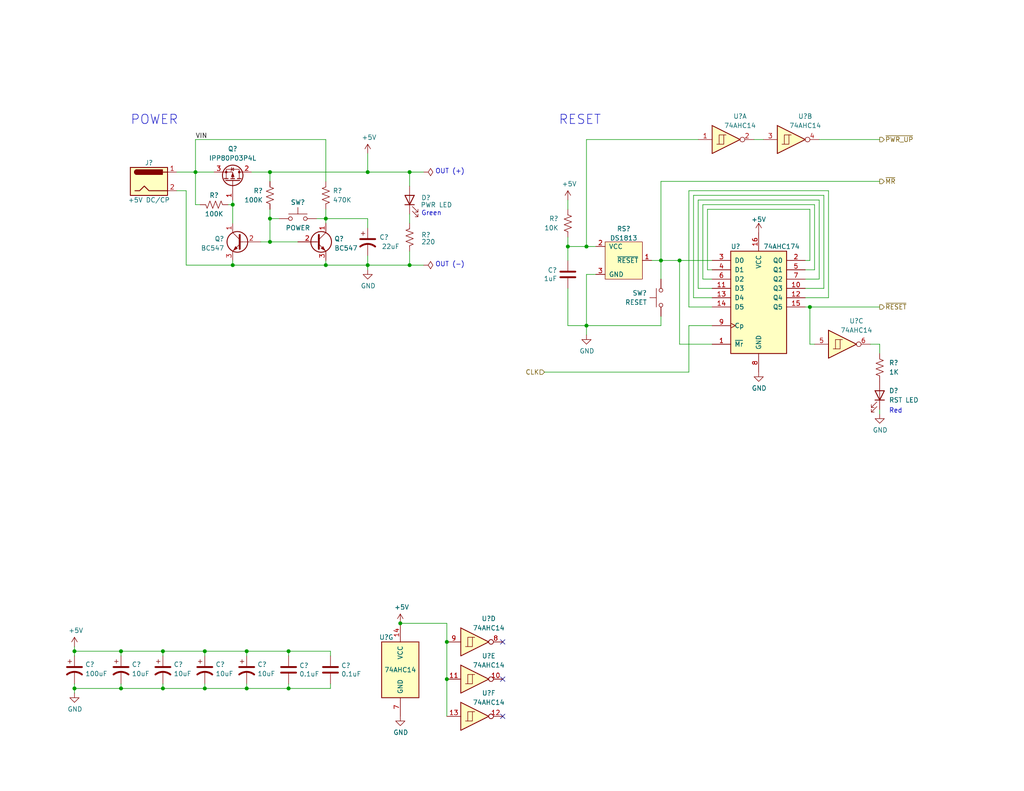
<source format=kicad_sch>
(kicad_sch (version 20211123) (generator eeschema)
  (paper "USLetter")
  (title_block (date "2022-10-10") (rev "1.2"))
  (lib_symbols
    (symbol "0_Z80_Library:DS1813" (pin_names (offset 1.016))
      (property "Reference" "RS" (at 0 2.54 0))
      (property "Value" "DS1813" (at 0 0 0))
      (symbol "DS1813_0_1"
        (rectangle (start 5.08 -1.27) (end -5.08 -11.43) (fill (type background)))
      )
      (symbol "DS1813_1_1"
        (pin output line (at 7.62 -6.35 180) (length 2.54) (name "~{RESET}") (number "1"))
        (pin input line (at -7.62 -2.54 0) (length 2.54) (name "VCC") (number "2"))
        (pin power_in line (at -7.62 -10.16 0) (length 2.54) (name "GND") (number "3"))
      )
    )
    (symbol "74xx:74HC14" (pin_names (offset 1.016))
      (property "Reference" "U" (at 0 1.27 0))
      (property "Value" "74HC14" (at 0 -1.27 0))
      (symbol "74HC14_1_0"
        (polyline (pts (xy -3.81 3.81) (xy -3.81 -3.81) (xy 3.81 0) (xy -3.81 3.81)) (stroke (width 0.254)) (fill (type background)))
        (pin input line (at -7.62 0 0) (length 3.81) (name "~") (number "1"))
        (pin output inverted (at 7.62 0 180) (length 3.81) (name "~") (number "2"))
      )
      (symbol "74HC14_1_1"
        (polyline (pts (xy -1.905 -1.27) (xy -1.905 1.27) (xy -0.635 1.27)))
        (polyline (pts (xy -2.54 -1.27) (xy -0.635 -1.27) (xy -0.635 1.27) (xy 0 1.27)))
      )
      (symbol "74HC14_2_0"
        (polyline (pts (xy -3.81 3.81) (xy -3.81 -3.81) (xy 3.81 0) (xy -3.81 3.81)) (stroke (width 0.254)) (fill (type background)))
        (pin input line (at -7.62 0 0) (length 3.81) (name "~") (number "3"))
        (pin output inverted (at 7.62 0 180) (length 3.81) (name "~") (number "4"))
      )
      (symbol "74HC14_2_1"
        (polyline (pts (xy -1.905 -1.27) (xy -1.905 1.27) (xy -0.635 1.27)))
        (polyline (pts (xy -2.54 -1.27) (xy -0.635 -1.27) (xy -0.635 1.27) (xy 0 1.27)))
      )
      (symbol "74HC14_3_0"
        (polyline (pts (xy -3.81 3.81) (xy -3.81 -3.81) (xy 3.81 0) (xy -3.81 3.81)) (stroke (width 0.254)) (fill (type background)))
        (pin input line (at -7.62 0 0) (length 3.81) (name "~") (number "5"))
        (pin output inverted (at 7.62 0 180) (length 3.81) (name "~") (number "6"))
      )
      (symbol "74HC14_3_1"
        (polyline (pts (xy -1.905 -1.27) (xy -1.905 1.27) (xy -0.635 1.27)))
        (polyline (pts (xy -2.54 -1.27) (xy -0.635 -1.27) (xy -0.635 1.27) (xy 0 1.27)))
      )
      (symbol "74HC14_4_0"
        (polyline (pts (xy -3.81 3.81) (xy -3.81 -3.81) (xy 3.81 0) (xy -3.81 3.81)) (stroke (width 0.254)) (fill (type background)))
        (pin output inverted (at 7.62 0 180) (length 3.81) (name "~") (number "8"))
        (pin input line (at -7.62 0 0) (length 3.81) (name "~") (number "9"))
      )
      (symbol "74HC14_4_1"
        (polyline (pts (xy -1.905 -1.27) (xy -1.905 1.27) (xy -0.635 1.27)))
        (polyline (pts (xy -2.54 -1.27) (xy -0.635 -1.27) (xy -0.635 1.27) (xy 0 1.27)))
      )
      (symbol "74HC14_5_0"
        (polyline (pts (xy -3.81 3.81) (xy -3.81 -3.81) (xy 3.81 0) (xy -3.81 3.81)) (stroke (width 0.254)) (fill (type background)))
        (pin output inverted (at 7.62 0 180) (length 3.81) (name "~") (number "10"))
        (pin input line (at -7.62 0 0) (length 3.81) (name "~") (number "11"))
      )
      (symbol "74HC14_5_1"
        (polyline (pts (xy -1.905 -1.27) (xy -1.905 1.27) (xy -0.635 1.27)))
        (polyline (pts (xy -2.54 -1.27) (xy -0.635 -1.27) (xy -0.635 1.27) (xy 0 1.27)))
      )
      (symbol "74HC14_6_0"
        (polyline (pts (xy -3.81 3.81) (xy -3.81 -3.81) (xy 3.81 0) (xy -3.81 3.81)) (stroke (width 0.254)) (fill (type background)))
        (pin output inverted (at 7.62 0 180) (length 3.81) (name "~") (number "12"))
        (pin input line (at -7.62 0 0) (length 3.81) (name "~") (number "13"))
      )
      (symbol "74HC14_6_1"
        (polyline (pts (xy -1.905 -1.27) (xy -1.905 1.27) (xy -0.635 1.27)))
        (polyline (pts (xy -2.54 -1.27) (xy -0.635 -1.27) (xy -0.635 1.27) (xy 0 1.27)))
      )
      (symbol "74HC14_7_0"
        (pin power_in line (at 0 12.7 270) (length 5.08) (name "VCC") (number "14"))
        (pin power_in line (at 0 -12.7 90) (length 5.08) (name "GND") (number "7"))
      )
      (symbol "74HC14_7_1"
        (rectangle (start -5.08 7.62) (end 5.08 -7.62) (stroke (width 0.254)) (fill (type background)))
      )
    )
    (symbol "74xx:74LS174" (pin_names (offset 1.016))
      (property "Reference" "U" (at -7.62 13.97 0))
      (property "Value" "74LS174" (at -7.62 -16.51 0))
      (symbol "74LS174_1_0"
        (pin input line (at -12.7 -12.7 0) (length 5.08) (name "~{Mr}") (number "1"))
        (pin output line (at 12.7 2.54 180) (length 5.08) (name "Q3") (number "10"))
        (pin input line (at -12.7 2.54 0) (length 5.08) (name "D3") (number "11"))
        (pin output line (at 12.7 0 180) (length 5.08) (name "Q4") (number "12"))
        (pin input line (at -12.7 0 0) (length 5.08) (name "D4") (number "13"))
        (pin input line (at -12.7 -2.54 0) (length 5.08) (name "D5") (number "14"))
        (pin output line (at 12.7 -2.54 180) (length 5.08) (name "Q5") (number "15"))
        (pin power_in line (at 0 17.78 270) (length 5.08) (name "VCC") (number "16"))
        (pin output line (at 12.7 10.16 180) (length 5.08) (name "Q0") (number "2"))
        (pin input line (at -12.7 10.16 0) (length 5.08) (name "D0") (number "3"))
        (pin input line (at -12.7 7.62 0) (length 5.08) (name "D1") (number "4"))
        (pin output line (at 12.7 7.62 180) (length 5.08) (name "Q1") (number "5"))
        (pin input line (at -12.7 5.08 0) (length 5.08) (name "D2") (number "6"))
        (pin output line (at 12.7 5.08 180) (length 5.08) (name "Q2") (number "7"))
        (pin power_in line (at 0 -20.32 90) (length 5.08) (name "GND") (number "8"))
        (pin input clock (at -12.7 -7.62 0) (length 5.08) (name "Cp") (number "9"))
      )
      (symbol "74LS174_1_1"
        (rectangle (start -7.62 12.7) (end 7.62 -15.24) (stroke (width 0.254)) (fill (type background)))
      )
    )
    (symbol "Connector:Barrel_Jack" (pin_names (offset 1.016))
      (property "Reference" "J" (at 0 5.334 0))
      (property "Value" "Barrel_Jack" (at 0 -5.08 0))
      (symbol "Barrel_Jack_0_1"
        (rectangle (start -5.08 3.81) (end 5.08 -3.81) (stroke (width 0.254)) (fill (type background)))
        (arc (start -3.302 3.175) (mid -3.937 2.54) (end -3.302 1.905) (stroke (width 0.254)))
        (arc (start -3.302 3.175) (mid -3.937 2.54) (end -3.302 1.905) (stroke (width 0.254)) (fill (type outline)))
        (polyline (pts (xy 5.08 2.54) (xy 3.81 2.54)) (stroke (width 0.254)))
        (polyline (pts (xy -3.81 -2.54) (xy -2.54 -2.54) (xy -1.27 -1.27) (xy 0 -2.54) (xy 2.54 -2.54) (xy 5.08 -2.54)) (stroke (width 0.254)))
        (rectangle (start 3.683 3.175) (end -3.302 1.905) (stroke (width 0.254)) (fill (type outline)))
      )
      (symbol "Barrel_Jack_1_1"
        (pin passive line (at 7.62 2.54 180) (length 2.54) (name "~") (number "1"))
        (pin passive line (at 7.62 -2.54 180) (length 2.54) (name "~") (number "2"))
      )
    )
    (symbol "Device:C" (pin_numbers hide) (pin_names (offset 0.254))
      (property "Reference" "C" (at 0.635 2.54 0))
      (property "Value" "C" (at 0.635 -2.54 0))
      (symbol "C_0_1"
        (polyline (pts (xy -2.032 -0.762) (xy 2.032 -0.762)) (stroke (width 0.508)))
        (polyline (pts (xy -2.032 0.762) (xy 2.032 0.762)) (stroke (width 0.508)))
      )
      (symbol "C_1_1"
        (pin passive line (at 0 3.81 270) (length 2.794) (name "~") (number "1"))
        (pin passive line (at 0 -3.81 90) (length 2.794) (name "~") (number "2"))
      )
    )
    (symbol "Device:C_Polarized_US" (pin_numbers hide) (pin_names (offset 0.254) hide)
      (property "Reference" "C" (at 0.635 2.54 0))
      (property "Value" "C_Polarized_US" (at 0.635 -2.54 0))
      (symbol "C_Polarized_US_0_1"
        (polyline (pts (xy -2.032 0.762) (xy 2.032 0.762)) (stroke (width 0.508)))
        (polyline (pts (xy -1.778 2.286) (xy -0.762 2.286)))
        (polyline (pts (xy -1.27 1.778) (xy -1.27 2.794)))
        (arc (start 2.032 -1.27) (mid 0 -0.5572) (end -2.032 -1.27) (stroke (width 0.508)))
      )
      (symbol "C_Polarized_US_1_1"
        (pin passive line (at 0 3.81 270) (length 2.794) (name "~") (number "1"))
        (pin passive line (at 0 -3.81 90) (length 3.302) (name "~") (number "2"))
      )
    )
    (symbol "Device:LED" (pin_numbers hide) (pin_names (offset 1.016) hide)
      (property "Reference" "D" (at 0 2.54 0))
      (property "Value" "LED" (at 0 -2.54 0))
      (symbol "LED_0_1"
        (polyline (pts (xy -1.27 -1.27) (xy -1.27 1.27)) (stroke (width 0.254)))
        (polyline (pts (xy -1.27 0) (xy 1.27 0)))
        (polyline (pts (xy 1.27 -1.27) (xy 1.27 1.27) (xy -1.27 0) (xy 1.27 -1.27)) (stroke (width 0.254)))
        (polyline (pts (xy -3.048 -0.762) (xy -4.572 -2.286) (xy -3.81 -2.286) (xy -4.572 -2.286) (xy -4.572 -1.524)))
        (polyline (pts (xy -1.778 -0.762) (xy -3.302 -2.286) (xy -2.54 -2.286) (xy -3.302 -2.286) (xy -3.302 -1.524)))
      )
      (symbol "LED_1_1"
        (pin passive line (at -3.81 0 0) (length 2.54) (name "K") (number "1"))
        (pin passive line (at 3.81 0 180) (length 2.54) (name "A") (number "2"))
      )
    )
    (symbol "Device:R_US" (pin_numbers hide) (pin_names (offset 0))
      (property "Reference" "R" (at 2.54 0 90))
      (property "Value" "R_US" (at -2.54 0 90))
      (symbol "R_US_0_1"
        (polyline (pts (xy 0 -2.286) (xy 0 -2.54)))
        (polyline (pts (xy 0 2.286) (xy 0 2.54)))
        (polyline (pts (xy 0 -0.762) (xy 1.016 -1.143) (xy 0 -1.524) (xy -1.016 -1.905) (xy 0 -2.286)))
        (polyline (pts (xy 0 0.762) (xy 1.016 0.381) (xy 0 0) (xy -1.016 -0.381) (xy 0 -0.762)))
        (polyline (pts (xy 0 2.286) (xy 1.016 1.905) (xy 0 1.524) (xy -1.016 1.143) (xy 0 0.762)))
      )
      (symbol "R_US_1_1"
        (pin passive line (at 0 3.81 270) (length 1.27) (name "~") (number "1"))
        (pin passive line (at 0 -3.81 90) (length 1.27) (name "~") (number "2"))
      )
    )
    (symbol "Switch:SW_Push" (pin_numbers hide) (pin_names (offset 1.016) hide)
      (property "Reference" "SW" (at 1.27 2.54 0))
      (property "Value" "SW_Push" (at 0 -1.524 0))
      (symbol "SW_Push_0_1"
        (circle (center -2.032 0) (radius 0.508))
        (polyline (pts (xy 0 1.27) (xy 0 3.048)))
        (polyline (pts (xy 2.54 1.27) (xy -2.54 1.27)))
        (circle (center 2.032 0) (radius 0.508))
        (pin passive line (at -5.08 0 0) (length 2.54) (name "1") (number "1"))
        (pin passive line (at 5.08 0 180) (length 2.54) (name "2") (number "2"))
      )
    )
    (symbol "Transistor_BJT:BC547" (pin_names (offset 0) hide)
      (property "Reference" "Q" (at 5.08 1.905 0))
      (property "Value" "BC547" (at 5.08 0 0))
      (symbol "BC547_0_1"
        (polyline (pts (xy 0 0) (xy 0.635 0)))
        (polyline (pts (xy 0.635 0.635) (xy 2.54 2.54)))
        (polyline (pts (xy 0.635 -0.635) (xy 2.54 -2.54) (xy 2.54 -2.54)))
        (polyline (pts (xy 0.635 1.905) (xy 0.635 -1.905) (xy 0.635 -1.905)) (stroke (width 0.508)))
        (polyline (pts (xy 1.27 -1.778) (xy 1.778 -1.27) (xy 2.286 -2.286) (xy 1.27 -1.778) (xy 1.27 -1.778)) (fill (type outline)))
        (circle (center 1.27 0) (radius 2.8194) (stroke (width 0.254)))
      )
      (symbol "BC547_1_1"
        (pin passive line (at 2.54 5.08 270) (length 2.54) (name "C") (number "1"))
        (pin input line (at -5.08 0 0) (length 5.08) (name "B") (number "2"))
        (pin passive line (at 2.54 -5.08 90) (length 2.54) (name "E") (number "3"))
      )
    )
    (symbol "Transistor_FET:IRF9540N" (pin_names hide)
      (property "Reference" "Q" (at 5.08 1.905 0))
      (property "Value" "IRF9540N" (at 5.08 0 0))
      (symbol "IRF9540N_0_1"
        (polyline (pts (xy 0.254 0) (xy -2.54 0)))
        (polyline (pts (xy 0.254 1.905) (xy 0.254 -1.905)) (stroke (width 0.254)))
        (polyline (pts (xy 0.762 -1.27) (xy 0.762 -2.286)) (stroke (width 0.254)))
        (polyline (pts (xy 0.762 0.508) (xy 0.762 -0.508)) (stroke (width 0.254)))
        (polyline (pts (xy 0.762 2.286) (xy 0.762 1.27)) (stroke (width 0.254)))
        (polyline (pts (xy 2.54 2.54) (xy 2.54 1.778)))
        (polyline (pts (xy 2.54 -2.54) (xy 2.54 0) (xy 0.762 0)))
        (polyline (pts (xy 0.762 1.778) (xy 3.302 1.778) (xy 3.302 -1.778) (xy 0.762 -1.778)))
        (polyline (pts (xy 2.286 0) (xy 1.27 0.381) (xy 1.27 -0.381) (xy 2.286 0)) (fill (type outline)))
        (polyline (pts (xy 2.794 -0.508) (xy 2.921 -0.381) (xy 3.683 -0.381) (xy 3.81 -0.254)))
        (polyline (pts (xy 3.302 -0.381) (xy 2.921 0.254) (xy 3.683 0.254) (xy 3.302 -0.381)))
        (circle (center 1.651 0) (radius 2.794) (stroke (width 0.254)))
        (circle (center 2.54 -1.778) (radius 0.254) (fill (type outline)))
        (circle (center 2.54 1.778) (radius 0.254) (fill (type outline)))
      )
      (symbol "IRF9540N_1_1"
        (pin input line (at -5.08 0 0) (length 2.54) (name "G") (number "1"))
        (pin passive line (at 2.54 5.08 270) (length 2.54) (name "D") (number "2"))
        (pin passive line (at 2.54 -5.08 90) (length 2.54) (name "S") (number "3"))
      )
    )
    (symbol "power:+5V" (power) (pin_names (offset 0))
      (property "Value" "+5V" (at 0 3.556 0))
      (symbol "+5V_0_1"
        (polyline (pts (xy -0.762 1.27) (xy 0 2.54)))
        (polyline (pts (xy 0 0) (xy 0 2.54)))
        (polyline (pts (xy 0 2.54) (xy 0.762 1.27)))
      )
      (symbol "+5V_1_1"
        (pin power_in line (at 0 0 90) (length 0) hide (name "+5V") (number "1"))
      )
    )
    (symbol "power:GND" (power) (pin_names (offset 0))
      (property "Value" "GND" (at 0 -3.81 0))
      (symbol "GND_0_1"
        (polyline (pts (xy 0 0) (xy 0 -1.27) (xy 1.27 -1.27) (xy 0 -2.54) (xy -1.27 -1.27) (xy 0 -1.27)))
      )
      (symbol "GND_1_1"
        (pin power_in line (at 0 0 270) (length 0) hide (name "GND") (number "1"))
      )
    )
    (symbol "power:PWR_FLAG" (power) (pin_numbers hide) (pin_names (offset 0) hide)
      (property "Value" "PWR_FLAG" (at 0 3.81 0))
      (symbol "PWR_FLAG_0_0"
        (pin power_out line (at 0 0 90) (length 0) (name "pwr") (number "1"))
      )
      (symbol "PWR_FLAG_0_1"
        (polyline (pts (xy 0 0) (xy 0 1.27) (xy -1.016 1.905) (xy 0 2.54) (xy 1.016 1.905) (xy 0 1.27)))
      )
    )
  )
  (junction (at 44.45 177.8))
  (junction (at 63.5 55.88))
  (junction (at 100.33 72.39))
  (junction (at 63.5 72.39))
  (junction (at 55.88 187.96))
  (junction (at 67.31 177.8))
  (junction (at 20.32 187.96))
  (junction (at 44.45 187.96))
  (junction (at 121.92 185.42))
  (junction (at 78.74 177.8))
  (junction (at 109.22 170.18))
  (junction (at 20.32 177.8))
  (junction (at 111.76 72.39))
  (junction (at 88.9 72.39))
  (junction (at 160.02 67.31))
  (junction (at 73.66 59.69))
  (junction (at 220.98 83.82))
  (junction (at 121.92 175.26))
  (junction (at 53.34 46.99))
  (junction (at 185.42 71.12))
  (junction (at 180.34 71.12))
  (junction (at 154.94 67.31))
  (junction (at 67.31 187.96))
  (junction (at 78.74 187.96))
  (junction (at 100.33 46.99))
  (junction (at 73.66 66.04))
  (junction (at 73.66 46.99))
  (junction (at 111.76 46.99))
  (junction (at 33.02 187.96))
  (junction (at 88.9 59.69))
  (junction (at 55.88 177.8))
  (junction (at 160.02 88.9))
  (junction (at 33.02 177.8))
  (no_connect (at 137.16 175.26))
  (no_connect (at 137.16 195.58))
  (no_connect (at 137.16 185.42))
  (wire (pts (xy 220.98 71.12) (xy 220.98 57.15)))
  (wire (pts (xy 78.74 177.8) (xy 90.17 177.8)))
  (wire (pts (xy 33.02 187.96) (xy 44.45 187.96)))
  (wire (pts (xy 67.31 177.8) (xy 67.31 179.07)))
  (wire (pts (xy 111.76 46.99) (xy 100.33 46.99)))
  (wire (pts (xy 48.26 46.99) (xy 53.34 46.99)))
  (wire (pts (xy 191.77 55.88) (xy 191.77 76.2)))
  (wire (pts (xy 55.88 186.69) (xy 55.88 187.96)))
  (wire (pts (xy 222.25 93.98) (xy 220.98 93.98)))
  (wire (pts (xy 67.31 186.69) (xy 67.31 187.96)))
  (wire (pts (xy 222.25 73.66) (xy 222.25 55.88)))
  (wire (pts (xy 121.92 185.42) (xy 121.92 175.26)))
  (wire (pts (xy 67.31 177.8) (xy 78.74 177.8)))
  (wire (pts (xy 44.45 186.69) (xy 44.45 187.96)))
  (wire (pts (xy 53.34 46.99) (xy 58.42 46.99)))
  (wire (pts (xy 88.9 38.1) (xy 88.9 49.53)))
  (wire (pts (xy 193.04 57.15) (xy 193.04 73.66)))
  (wire (pts (xy 88.9 72.39) (xy 100.33 72.39)))
  (wire (pts (xy 20.32 187.96) (xy 33.02 187.96)))
  (wire (pts (xy 100.33 41.91) (xy 100.33 46.99)))
  (wire (pts (xy 53.34 38.1) (xy 53.34 46.99)))
  (wire (pts (xy 162.56 74.93) (xy 160.02 74.93)))
  (wire (pts (xy 78.74 187.96) (xy 78.74 186.69)))
  (wire (pts (xy 154.94 88.9) (xy 160.02 88.9)))
  (wire (pts (xy 90.17 177.8) (xy 90.17 179.07)))
  (wire (pts (xy 189.23 53.34) (xy 189.23 81.28)))
  (wire (pts (xy 226.06 52.07) (xy 187.96 52.07)))
  (wire (pts (xy 115.57 72.39) (xy 111.76 72.39)))
  (wire (pts (xy 154.94 67.31) (xy 160.02 67.31)))
  (wire (pts (xy 73.66 57.15) (xy 73.66 59.69)))
  (wire (pts (xy 88.9 59.69) (xy 88.9 60.96)))
  (wire (pts (xy 180.34 71.12) (xy 185.42 71.12)))
  (wire (pts (xy 55.88 177.8) (xy 67.31 177.8)))
  (wire (pts (xy 219.71 73.66) (xy 222.25 73.66)))
  (wire (pts (xy 100.33 69.85) (xy 100.33 72.39)))
  (wire (pts (xy 205.74 38.1) (xy 208.28 38.1)))
  (wire (pts (xy 88.9 57.15) (xy 88.9 59.69)))
  (wire (pts (xy 20.32 177.8) (xy 33.02 177.8)))
  (wire (pts (xy 63.5 55.88) (xy 63.5 60.96)))
  (wire (pts (xy 177.8 71.12) (xy 180.34 71.12)))
  (wire (pts (xy 100.33 59.69) (xy 100.33 62.23)))
  (wire (pts (xy 33.02 186.69) (xy 33.02 187.96)))
  (wire (pts (xy 33.02 177.8) (xy 33.02 179.07)))
  (wire (pts (xy 111.76 58.42) (xy 111.76 60.96)))
  (wire (pts (xy 55.88 187.96) (xy 67.31 187.96)))
  (wire (pts (xy 88.9 71.12) (xy 88.9 72.39)))
  (wire (pts (xy 63.5 71.12) (xy 63.5 72.39)))
  (wire (pts (xy 71.12 66.04) (xy 73.66 66.04)))
  (wire (pts (xy 154.94 71.12) (xy 154.94 67.31)))
  (wire (pts (xy 223.52 76.2) (xy 223.52 54.61)))
  (wire (pts (xy 219.71 71.12) (xy 220.98 71.12)))
  (wire (pts (xy 20.32 176.53) (xy 20.32 177.8)))
  (wire (pts (xy 121.92 185.42) (xy 121.92 195.58)))
  (wire (pts (xy 154.94 54.61) (xy 154.94 57.15)))
  (wire (pts (xy 180.34 86.36) (xy 180.34 88.9)))
  (wire (pts (xy 160.02 67.31) (xy 162.56 67.31)))
  (wire (pts (xy 148.59 101.6) (xy 187.96 101.6)))
  (wire (pts (xy 100.33 59.69) (xy 88.9 59.69)))
  (wire (pts (xy 67.31 187.96) (xy 78.74 187.96)))
  (wire (pts (xy 219.71 78.74) (xy 224.79 78.74)))
  (wire (pts (xy 223.52 54.61) (xy 190.5 54.61)))
  (wire (pts (xy 160.02 88.9) (xy 180.34 88.9)))
  (wire (pts (xy 20.32 177.8) (xy 20.32 179.07)))
  (wire (pts (xy 44.45 187.96) (xy 55.88 187.96)))
  (wire (pts (xy 223.52 38.1) (xy 240.03 38.1)))
  (wire (pts (xy 78.74 177.8) (xy 78.74 179.07)))
  (wire (pts (xy 121.92 170.18) (xy 109.22 170.18)))
  (wire (pts (xy 222.25 55.88) (xy 191.77 55.88)))
  (wire (pts (xy 160.02 91.44) (xy 160.02 88.9)))
  (wire (pts (xy 160.02 74.93) (xy 160.02 88.9)))
  (wire (pts (xy 240.03 93.98) (xy 237.49 93.98)))
  (wire (pts (xy 219.71 76.2) (xy 223.52 76.2)))
  (wire (pts (xy 115.57 46.99) (xy 111.76 46.99)))
  (wire (pts (xy 187.96 52.07) (xy 187.96 83.82)))
  (wire (pts (xy 53.34 55.88) (xy 53.34 46.99)))
  (wire (pts (xy 111.76 72.39) (xy 100.33 72.39)))
  (wire (pts (xy 219.71 83.82) (xy 220.98 83.82)))
  (wire (pts (xy 76.2 59.69) (xy 73.66 59.69)))
  (wire (pts (xy 20.32 186.69) (xy 20.32 187.96)))
  (wire (pts (xy 33.02 177.8) (xy 44.45 177.8)))
  (wire (pts (xy 224.79 53.34) (xy 189.23 53.34)))
  (wire (pts (xy 90.17 187.96) (xy 90.17 186.69)))
  (wire (pts (xy 187.96 88.9) (xy 194.31 88.9)))
  (wire (pts (xy 185.42 71.12) (xy 194.31 71.12)))
  (wire (pts (xy 68.58 46.99) (xy 73.66 46.99)))
  (wire (pts (xy 73.66 46.99) (xy 100.33 46.99)))
  (wire (pts (xy 189.23 81.28) (xy 194.31 81.28)))
  (wire (pts (xy 220.98 83.82) (xy 240.03 83.82)))
  (wire (pts (xy 48.26 52.07) (xy 50.8 52.07)))
  (wire (pts (xy 180.34 71.12) (xy 180.34 49.53)))
  (wire (pts (xy 20.32 187.96) (xy 20.32 189.23)))
  (wire (pts (xy 240.03 93.98) (xy 240.03 96.52)))
  (wire (pts (xy 160.02 38.1) (xy 160.02 67.31)))
  (wire (pts (xy 220.98 83.82) (xy 220.98 93.98)))
  (wire (pts (xy 185.42 71.12) (xy 185.42 93.98)))
  (wire (pts (xy 190.5 78.74) (xy 194.31 78.74)))
  (wire (pts (xy 190.5 54.61) (xy 190.5 78.74)))
  (wire (pts (xy 121.92 175.26) (xy 121.92 170.18)))
  (wire (pts (xy 187.96 83.82) (xy 194.31 83.82)))
  (wire (pts (xy 50.8 72.39) (xy 63.5 72.39)))
  (wire (pts (xy 154.94 67.31) (xy 154.94 64.77)))
  (wire (pts (xy 63.5 72.39) (xy 88.9 72.39)))
  (wire (pts (xy 180.34 76.2) (xy 180.34 71.12)))
  (wire (pts (xy 78.74 187.96) (xy 90.17 187.96)))
  (wire (pts (xy 63.5 54.61) (xy 63.5 55.88)))
  (wire (pts (xy 100.33 72.39) (xy 100.33 73.66)))
  (wire (pts (xy 44.45 177.8) (xy 44.45 179.07)))
  (wire (pts (xy 240.03 113.03) (xy 240.03 111.76)))
  (wire (pts (xy 180.34 49.53) (xy 240.03 49.53)))
  (wire (pts (xy 219.71 81.28) (xy 226.06 81.28)))
  (wire (pts (xy 44.45 177.8) (xy 55.88 177.8)))
  (wire (pts (xy 160.02 38.1) (xy 190.5 38.1)))
  (wire (pts (xy 73.66 46.99) (xy 73.66 49.53)))
  (wire (pts (xy 226.06 81.28) (xy 226.06 52.07)))
  (wire (pts (xy 220.98 57.15) (xy 193.04 57.15)))
  (wire (pts (xy 193.04 73.66) (xy 194.31 73.66)))
  (wire (pts (xy 187.96 88.9) (xy 187.96 101.6)))
  (wire (pts (xy 224.79 78.74) (xy 224.79 53.34)))
  (wire (pts (xy 86.36 59.69) (xy 88.9 59.69)))
  (wire (pts (xy 191.77 76.2) (xy 194.31 76.2)))
  (wire (pts (xy 88.9 38.1) (xy 53.34 38.1)))
  (wire (pts (xy 111.76 68.58) (xy 111.76 72.39)))
  (wire (pts (xy 54.61 55.88) (xy 53.34 55.88)))
  (wire (pts (xy 73.66 66.04) (xy 81.28 66.04)))
  (wire (pts (xy 73.66 59.69) (xy 73.66 66.04)))
  (wire (pts (xy 154.94 78.74) (xy 154.94 88.9)))
  (wire (pts (xy 50.8 52.07) (xy 50.8 72.39)))
  (wire (pts (xy 185.42 93.98) (xy 194.31 93.98)))
  (wire (pts (xy 55.88 177.8) (xy 55.88 179.07)))
  (wire (pts (xy 111.76 46.99) (xy 111.76 50.8)))
  (wire (pts (xy 62.23 55.88) (xy 63.5 55.88)))
  (text "Red" (at 242.546 112.982 0) (effects (font (size 1.27 1.27)) (justify left bottom)))
  (text "POWER" (at 35.56 34.29 0) (effects (font (size 2.54 2.54)) (justify left bottom)))
  (text "Green" (at 114.935 59.055 0) (effects (font (size 1.27 1.27)) (justify left bottom)))
  (text "OUT (+)" (at 118.745 47.625 0) (effects (font (size 1.27 1.27)) (justify left bottom)))
  (text "OUT (-)" (at 118.745 73.025 0) (effects (font (size 1.27 1.27)) (justify left bottom)))
  (text "RESET" (at 152.4 34.29 0) (effects (font (size 2.54 2.54)) (justify left bottom)))
  (label "VIN" (at 53.34 38.1 0))
  (hierarchical_label "~{PWR_UP}" (shape output) (at 240.03 38.1 0))
  (hierarchical_label "CLK" (shape input) (at 148.59 101.6 180))
  (hierarchical_label "~{MR}" (shape output) (at 240.03 49.53 0))
  (hierarchical_label "~{RESET}" (shape output) (at 240.03 83.82 0))
  (symbol (lib_id "Connector:Barrel_Jack") (at 40.64 49.53 0) (unit 1)
    (property "Reference" "J?" (at 40.64 44.45 0))
    (property "Value" "+5V DC/CP" (at 40.64 54.61 0))
    (property "Footprint" "Connector_BarrelJack:BarrelJack_Horizontal" (effects hide))
  )
  (symbol (lib_id "74xx:74HC14") (at 198.12 38.1 0) (unit 1)
    (property "Reference" "U?" (at 201.93 31.75 0))
    (property "Value" "74AHC14" (at 201.93 34.29 0))
    (property "Footprint" "Package_DIP:DIP-14_W7.62mm_Socket" (effects hide))
    (property "Datasheet" "http://www.ti.com/lit/gpn/sn74HC14" (effects hide))
  )
  (symbol (lib_id "Device:C_Polarized_US") (at 100.33 66.04 0) (unit 1)
    (property "Reference" "C?" (at 103.505 64.77 0) (effects (justify left)))
    (property "Value" "22uF" (at 104.14 67.31 0) (effects (justify left)))
    (property "Footprint" "Capacitor_THT:CP_Radial_D6.3mm_P2.50mm" (effects hide))
  )
  (symbol (lib_id "Device:C") (at 154.94 74.93 0) (mirror y) (unit 1)
    (property "Reference" "C?" (at 152.019 73.7616 0) (effects (justify left)))
    (property "Value" "1uF" (at 152.019 76.073 0) (effects (justify left)))
    (property "Footprint" "Capacitor_THT:C_Disc_D3.0mm_W1.6mm_P2.50mm" (effects hide))
  )
  (symbol (lib_id "Transistor_BJT:BC547") (at 86.36 66.04 0) (unit 1)
    (property "Reference" "Q?" (at 91.2114 65.2053 0) (effects (justify left)))
    (property "Value" "BC547" (at 91.2114 67.7422 0) (effects (justify left)))
    (property "Footprint" "Package_TO_SOT_THT:TO-92_Inline" (effects hide))
    (property "Datasheet" "https://www.onsemi.com/pub/Collateral/BC550-D.pdf" (effects hide))
  )
  (symbol (lib_id "Device:C_Polarized_US") (at 55.88 182.88 0) (unit 1)
    (property "Reference" "C?" (at 58.801 181.4103 0) (effects (justify left)))
    (property "Value" "10uF" (at 58.801 183.9472 0) (effects (justify left)))
    (property "Footprint" "Capacitor_THT:CP_Radial_D6.3mm_P2.50mm" (effects hide))
  )
  (symbol (lib_id "power:GND") (at 100.33 73.66 0) (unit 1)
    (property "Reference" "#PWR?" (effects hide))
    (property "Value" "GND" (at 100.457 78.0542 0))
  )
  (symbol (lib_id "Device:C") (at 78.74 182.88 0) (unit 1)
    (property "Reference" "C?" (at 81.661 181.7116 0) (effects (justify left)))
    (property "Value" "0.1uF" (at 81.661 184.023 0) (effects (justify left)))
    (property "Footprint" "Capacitor_THT:C_Disc_D3.0mm_W1.6mm_P2.50mm" (effects hide))
  )
  (symbol (lib_id "Device:R_US") (at 240.03 100.33 0) (unit 1)
    (property "Reference" "R?" (at 242.57 99.06 0) (effects (justify left)))
    (property "Value" "1K" (at 242.57 101.6 0) (effects (justify left)))
    (property "Footprint" "Resistor_THT:R_Axial_DIN0207_L6.3mm_D2.5mm_P10.16mm_Horizontal" (effects hide))
  )
  (symbol (lib_id "power:GND") (at 160.02 91.44 0) (unit 1)
    (property "Reference" "#PWR?" (effects hide))
    (property "Value" "GND" (at 160.147 95.8342 0))
  )
  (symbol (lib_id "power:PWR_FLAG") (at 115.57 46.99 270) (unit 1)
    (property "Reference" "#FLG?" (effects hide))
    (property "Value" "PWR_FLAG" (effects hide))
  )
  (symbol (lib_id "power:+5V") (at 100.33 41.91 0) (unit 1)
    (property "Reference" "#PWR?" (effects hide))
    (property "Value" "+5V" (at 100.711 37.5158 0))
  )
  (symbol (lib_id "Device:R_US") (at 73.66 53.34 180) (unit 1)
    (property "Reference" "R?" (at 71.755 52.07 0) (effects (justify left)))
    (property "Value" "100K" (at 71.755 54.61 0) (effects (justify left)))
    (property "Footprint" "Resistor_THT:R_Axial_DIN0207_L6.3mm_D2.5mm_P10.16mm_Horizontal" (effects hide))
  )
  (symbol (lib_id "power:PWR_FLAG") (at 115.57 72.39 270) (unit 1)
    (property "Reference" "#FLG?" (effects hide))
    (property "Value" "PWR_FLAG" (effects hide))
  )
  (symbol (lib_id "Transistor_FET:IRF9540N") (at 63.5 49.53 270) (mirror x) (unit 1)
    (property "Reference" "Q?" (at 63.5 40.64 90))
    (property "Value" "IPP80P03P4L" (at 63.5 43.18 90))
    (property "Footprint" "Package_TO_SOT_THT:TO-220-3_Vertical" (effects hide))
    (property "Datasheet" "http://www.irf.com/product-info/datasheets/data/irf9540n.pdf" (effects hide))
  )
  (symbol (lib_id "74xx:74HC14") (at 129.54 185.42 0) (unit 5)
    (property "Reference" "U?" (at 133.35 179.07 0))
    (property "Value" "74AHC14" (at 133.35 181.61 0))
    (property "Footprint" "Package_DIP:DIP-14_W7.62mm_Socket" (effects hide))
    (property "Datasheet" "http://www.ti.com/lit/gpn/sn74HC14" (effects hide))
  )
  (symbol (lib_id "Device:C_Polarized_US") (at 20.32 182.88 0) (unit 1)
    (property "Reference" "C?" (at 23.241 181.4103 0) (effects (justify left)))
    (property "Value" "100uF" (at 23.241 183.9472 0) (effects (justify left)))
    (property "Footprint" "Capacitor_THT:CP_Radial_D8.0mm_P3.80mm" (effects hide))
  )
  (symbol (lib_id "Device:R_US") (at 111.76 64.77 0) (mirror x) (unit 1)
    (property "Reference" "R?" (at 114.935 64.135 0) (effects (justify left)))
    (property "Value" "220" (at 114.935 66.04 0) (effects (justify left)))
    (property "Footprint" "Resistor_THT:R_Axial_DIN0207_L6.3mm_D2.5mm_P10.16mm_Horizontal" (effects hide))
  )
  (symbol (lib_id "power:+5V") (at 109.22 170.18 0) (unit 1)
    (property "Reference" "#PWR?" (effects hide))
    (property "Value" "+5V" (at 109.601 165.7858 0))
  )
  (symbol (lib_id "Switch:SW_Push") (at 180.34 81.28 90) (mirror x) (unit 1)
    (property "Reference" "SW?" (at 176.53 80.01 90) (effects (justify left)))
    (property "Value" "RESET" (at 176.53 82.55 90) (effects (justify left)))
    (property "Footprint" "Button_Switch_THT:SW_PUSH_6mm" (effects hide))
  )
  (symbol (lib_id "Device:C_Polarized_US") (at 67.31 182.88 0) (unit 1)
    (property "Reference" "C?" (at 70.231 181.4103 0) (effects (justify left)))
    (property "Value" "10uF" (at 70.231 183.9472 0) (effects (justify left)))
    (property "Footprint" "Capacitor_THT:CP_Radial_D6.3mm_P2.50mm" (effects hide))
  )
  (symbol (lib_id "power:GND") (at 109.22 195.58 0) (unit 1)
    (property "Reference" "#PWR?" (effects hide))
    (property "Value" "GND" (at 109.347 199.9742 0))
  )
  (symbol (lib_id "74xx:74HC14") (at 129.54 195.58 0) (unit 6)
    (property "Reference" "U?" (at 133.35 189.23 0))
    (property "Value" "74AHC14" (at 133.35 191.77 0))
    (property "Footprint" "Package_DIP:DIP-14_W7.62mm_Socket" (effects hide))
    (property "Datasheet" "http://www.ti.com/lit/gpn/sn74HC14" (effects hide))
  )
  (symbol (lib_id "power:GND") (at 207.01 101.6 0) (unit 1)
    (property "Reference" "#PWR?" (effects hide))
    (property "Value" "GND" (at 207.137 105.9942 0))
  )
  (symbol (lib_id "power:GND") (at 240.03 113.03 0) (unit 1)
    (property "Reference" "#PWR?" (effects hide))
    (property "Value" "GND" (at 240.157 117.4242 0))
  )
  (symbol (lib_id "0_Z80_Library:DS1813") (at 170.18 64.77 0) (unit 1)
    (property "Reference" "RS?" (at 170.18 62.4672 0))
    (property "Value" "DS1813" (at 170.18 65.0041 0))
    (property "Footprint" "Package_TO_SOT_THT:TO-92L_Inline_Wide" (effects hide))
  )
  (symbol (lib_id "Device:LED") (at 111.76 54.61 90) (unit 1)
    (property "Reference" "D?" (at 114.935 53.975 90) (effects (justify right)))
    (property "Value" "PWR LED" (at 114.7572 55.9308 90) (effects (justify right)))
    (property "Footprint" "LED_THT:LED_D3.0mm" (effects hide))
  )
  (symbol (lib_id "Device:C_Polarized_US") (at 44.45 182.88 0) (unit 1)
    (property "Reference" "C?" (at 47.371 181.4103 0) (effects (justify left)))
    (property "Value" "10uF" (at 47.371 183.9472 0) (effects (justify left)))
    (property "Footprint" "Capacitor_THT:CP_Radial_D6.3mm_P2.50mm" (effects hide))
  )
  (symbol (lib_id "power:+5V") (at 154.94 54.61 0) (unit 1)
    (property "Reference" "#PWR?" (effects hide))
    (property "Value" "+5V" (at 155.321 50.2158 0))
  )
  (symbol (lib_id "power:+5V") (at 207.01 63.5 0) (unit 1)
    (property "Reference" "#PWR?" (effects hide))
    (property "Value" "+5V" (at 207.01 59.9242 0))
  )
  (symbol (lib_id "74xx:74HC14") (at 109.22 182.88 0) (unit 7)
    (property "Reference" "U?" (at 105.41 173.99 0))
    (property "Value" "74AHC14" (at 109.22 182.88 0))
    (property "Footprint" "Package_DIP:DIP-14_W7.62mm_Socket" (effects hide))
    (property "Datasheet" "http://www.ti.com/lit/gpn/sn74HC14" (effects hide))
  )
  (symbol (lib_id "power:GND") (at 20.32 189.23 0) (unit 1)
    (property "Reference" "#PWR?" (effects hide))
    (property "Value" "GND" (at 20.447 193.6242 0))
  )
  (symbol (lib_id "74xx:74HC14") (at 215.9 38.1 0) (unit 2)
    (property "Reference" "U?" (at 219.71 31.75 0))
    (property "Value" "74AHC14" (at 219.71 34.29 0))
    (property "Footprint" "Package_DIP:DIP-14_W7.62mm_Socket" (effects hide))
    (property "Datasheet" "http://www.ti.com/lit/gpn/sn74HC14" (effects hide))
  )
  (symbol (lib_id "74xx:74LS174") (at 207.01 81.28 0) (unit 1)
    (property "Reference" "U?" (at 199.39 67.31 0) (effects (justify left)))
    (property "Value" "74AHC174" (at 208.28 67.31 0) (effects (justify left)))
    (property "Footprint" "Package_DIP:DIP-16_W7.62mm_Socket" (effects hide))
    (property "Datasheet" "http://www.ti.com/lit/gpn/sn74LS174" (effects hide))
  )
  (symbol (lib_id "74xx:74HC14") (at 129.54 175.26 0) (unit 4)
    (property "Reference" "U?" (at 133.35 168.91 0))
    (property "Value" "74AHC14" (at 133.35 171.45 0))
    (property "Footprint" "Package_DIP:DIP-14_W7.62mm_Socket" (effects hide))
    (property "Datasheet" "http://www.ti.com/lit/gpn/sn74HC14" (effects hide))
  )
  (symbol (lib_id "74xx:74HC14") (at 229.87 93.98 0) (unit 3)
    (property "Reference" "U?" (at 233.68 87.63 0))
    (property "Value" "74AHC14" (at 233.68 90.17 0))
    (property "Footprint" "Package_DIP:DIP-14_W7.62mm_Socket" (effects hide))
    (property "Datasheet" "http://www.ti.com/lit/gpn/sn74HC14" (effects hide))
  )
  (symbol (lib_id "Transistor_BJT:BC547") (at 66.04 66.04 0) (mirror y) (unit 1)
    (property "Reference" "Q?" (at 61.1886 65.2053 0) (effects (justify left)))
    (property "Value" "BC547" (at 61.1886 67.7422 0) (effects (justify left)))
    (property "Footprint" "Package_TO_SOT_THT:TO-92_Inline" (effects hide))
    (property "Datasheet" "https://www.onsemi.com/pub/Collateral/BC550-D.pdf" (effects hide))
  )
  (symbol (lib_id "Device:R_US") (at 154.94 60.96 180) (unit 1)
    (property "Reference" "R?" (at 152.4 59.69 0) (effects (justify left)))
    (property "Value" "10K" (at 152.4 62.23 0) (effects (justify left)))
    (property "Footprint" "Resistor_THT:R_Axial_DIN0207_L6.3mm_D2.5mm_P10.16mm_Horizontal" (effects hide))
  )
  (symbol (lib_id "Device:R_US") (at 88.9 53.34 0) (mirror x) (unit 1)
    (property "Reference" "R?" (at 90.805 52.07 0) (effects (justify left)))
    (property "Value" "470K" (at 90.805 54.61 0) (effects (justify left)))
    (property "Footprint" "Resistor_THT:R_Axial_DIN0207_L6.3mm_D2.5mm_P10.16mm_Horizontal" (effects hide))
  )
  (symbol (lib_id "Device:C") (at 90.17 182.88 0) (unit 1)
    (property "Reference" "C?" (at 93.091 181.7116 0) (effects (justify left)))
    (property "Value" "0.1uF" (at 93.091 184.023 0) (effects (justify left)))
    (property "Footprint" "Capacitor_THT:C_Disc_D3.0mm_W1.6mm_P2.50mm" (effects hide))
  )
  (symbol (lib_id "Device:LED") (at 240.03 107.95 270) (mirror x) (unit 1)
    (property "Reference" "D?" (at 242.57 106.68 90) (effects (justify left)))
    (property "Value" "RST LED" (at 242.57 109.22 90) (effects (justify left)))
    (property "Footprint" "LED_THT:LED_D3.0mm" (effects hide))
  )
  (symbol (lib_id "Device:C_Polarized_US") (at 33.02 182.88 0) (unit 1)
    (property "Reference" "C?" (at 35.941 181.4103 0) (effects (justify left)))
    (property "Value" "10uF" (at 35.941 183.9472 0) (effects (justify left)))
    (property "Footprint" "Capacitor_THT:CP_Radial_D6.3mm_P2.50mm" (effects hide))
  )
  (symbol (lib_id "Switch:SW_Push") (at 81.28 59.69 0) (mirror y) (unit 1)
    (property "Reference" "SW?" (at 81.28 55.245 0))
    (property "Value" "POWER" (at 81.28 62.23 0))
    (property "Footprint" "Button_Switch_THT:SW_PUSH_6mm" (effects hide))
  )
  (symbol (lib_id "power:+5V") (at 20.32 176.53 0) (unit 1)
    (property "Reference" "#PWR?" (effects hide))
    (property "Value" "+5V" (at 20.701 172.1358 0))
  )
  (symbol (lib_id "Device:R_US") (at 58.42 55.88 270) (mirror x) (unit 1)
    (property "Reference" "R?" (at 58.42 53.34 90))
    (property "Value" "100K" (at 58.42 58.42 90))
    (property "Footprint" "Resistor_THT:R_Axial_DIN0207_L6.3mm_D2.5mm_P10.16mm_Horizontal" (effects hide))
  )
)
</source>
